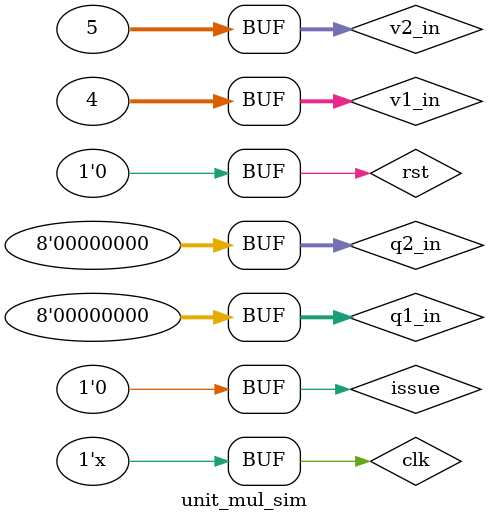
<source format=v>
`timescale 1ns / 1ps

module unit_mul_sim;

	reg clk, rst, issue;
	wire[40:0]cdb;

	reg[7:0]  q1_in, q2_in;
	reg[31:0] v1_in, v2_in;

	wire all_busy;
	wire cdb_request;
	wire[39:0] mul_cdb_out;

	unit_mul unit(.clk(clk),.rst(rst),.issue(issue),
		.cdb(cdb),.q1_in(q1_in),.q2_in(q2_in),
		.v1_in(v1_in),.v2_in(v2_in),.all_busy(all_busy),.cdb_request(cdb_request),
		.cdb_out(mul_cdb_out));

	common_data_bus cd_b(.clk(clk),.rst(rst),
		.ALU_cdb_request(1'b0),.mul_cdb_request(cdb_request),.div_cdb_request(1'b0),.ls_cdb_request(1'b0),
		.ALU_cdb_in(40'b0),.mul_cdb_in(mul_cdb_out),.div_cdb_in(40'b0),.ls_cdb_in(40'b0),.cdb(cdb));

	initial begin
		clk = 1;
		rst = 1;
		issue = 0;

		q1_in = 0;
		q2_in = 0;
		v1_in = 0;
		v2_in = 0;

		#5;
		rst = 0;
		issue = 1;
		q1_in = 8'b01000_001;
		v1_in = 0;
		q2_in = 0;
		v2_in = 2;

		#10;
		q1_in = 0;
		v1_in = 2;
		v2_in = 3;

		#10;
		v1_in = 4;
		v2_in = 5;

		#6;
		issue = 0;
	end

	always #5 clk = ~clk;

endmodule
</source>
